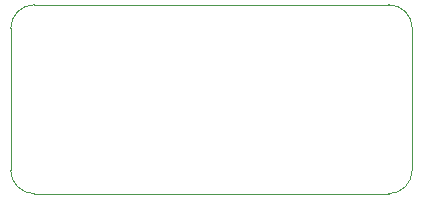
<source format=gbr>
%TF.GenerationSoftware,KiCad,Pcbnew,8.0.3*%
%TF.CreationDate,2024-06-07T01:51:14+12:00*%
%TF.ProjectId,toggle_switch_breakout,746f6767-6c65-45f7-9377-697463685f62,0.1.0*%
%TF.SameCoordinates,Original*%
%TF.FileFunction,Profile,NP*%
%FSLAX46Y46*%
G04 Gerber Fmt 4.6, Leading zero omitted, Abs format (unit mm)*
G04 Created by KiCad (PCBNEW 8.0.3) date 2024-06-07 01:51:14*
%MOMM*%
%LPD*%
G01*
G04 APERTURE LIST*
%TA.AperFunction,Profile*%
%ADD10C,0.100000*%
%TD*%
G04 APERTURE END LIST*
D10*
X124100000Y-56500000D02*
G75*
G02*
X126100000Y-58500000I0J-2000000D01*
G01*
X94100000Y-72500000D02*
G75*
G02*
X92100000Y-70500000I0J2000000D01*
G01*
X92100000Y-70500000D02*
X92100000Y-58500000D01*
X126100000Y-70500000D02*
G75*
G02*
X124100000Y-72500000I-2000000J0D01*
G01*
X124100000Y-56500000D02*
X94100000Y-56500000D01*
X126100000Y-70500000D02*
X126100000Y-58500000D01*
X92100000Y-58500000D02*
G75*
G02*
X94100000Y-56500000I2000000J0D01*
G01*
X94100000Y-72500000D02*
X124100000Y-72500000D01*
M02*

</source>
